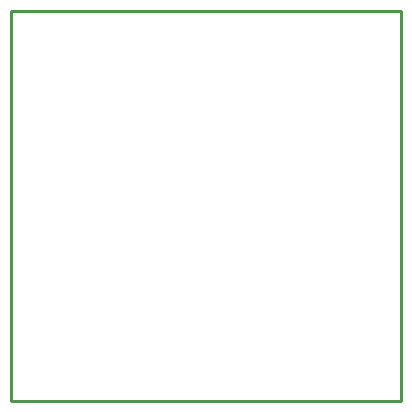
<source format=gm1>
G04*
G04 #@! TF.GenerationSoftware,Altium Limited,Altium Designer,22.0.2 (36)*
G04*
G04 Layer_Color=16711935*
%FSLAX25Y25*%
%MOIN*%
G70*
G04*
G04 #@! TF.SameCoordinates,C1BBFEDD-02B3-4BB0-B8EE-F48E88225D29*
G04*
G04*
G04 #@! TF.FilePolarity,Positive*
G04*
G01*
G75*
%ADD11C,0.01000*%
D11*
Y130000D01*
Y0D02*
X130000D01*
Y130000D01*
X0D02*
X130000D01*
M02*

</source>
